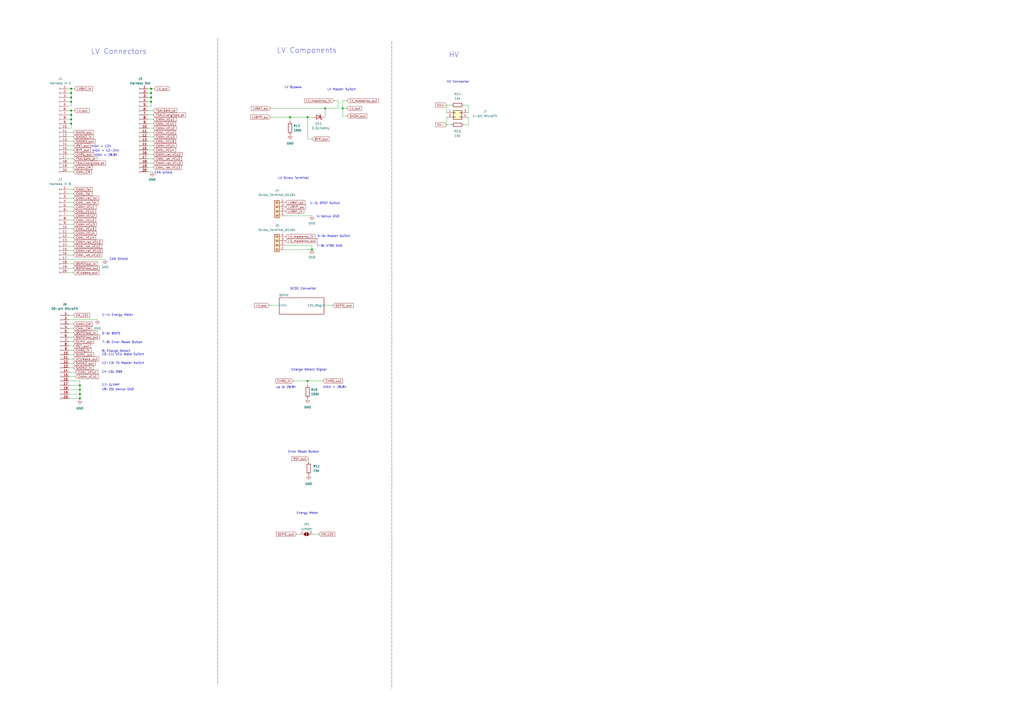
<source format=kicad_sch>
(kicad_sch (version 20211123) (generator eeschema)
  (paper "A2")
  (lib_symbols
    (symbol "Connector:Conn_01x20_Female" (pin_names (offset 1.016) hide)
      (property "Reference" "J" (at 0 25.4 0))
      (property "Value" "Conn_01x20_Female" (at 0 -27.94 0))
      (symbol "Conn_01x20_Female_1_1"
        (arc (start 0 -24.892) (mid -0.508 -25.4) (end 0 -25.908) (stroke (width 0.1524)))
        (arc (start 0 -22.352) (mid -0.508 -22.86) (end 0 -23.368) (stroke (width 0.1524)))
        (arc (start 0 -19.812) (mid -0.508 -20.32) (end 0 -20.828) (stroke (width 0.1524)))
        (arc (start 0 -17.272) (mid -0.508 -17.78) (end 0 -18.288) (stroke (width 0.1524)))
        (arc (start 0 -14.732) (mid -0.508 -15.24) (end 0 -15.748) (stroke (width 0.1524)))
        (arc (start 0 -12.192) (mid -0.508 -12.7) (end 0 -13.208) (stroke (width 0.1524)))
        (arc (start 0 -9.652) (mid -0.508 -10.16) (end 0 -10.668) (stroke (width 0.1524)))
        (arc (start 0 -7.112) (mid -0.508 -7.62) (end 0 -8.128) (stroke (width 0.1524)))
        (arc (start 0 -4.572) (mid -0.508 -5.08) (end 0 -5.588) (stroke (width 0.1524)))
        (arc (start 0 -2.032) (mid -0.508 -2.54) (end 0 -3.048) (stroke (width 0.1524)))
        (polyline (pts (xy -1.27 -25.4) (xy -0.508 -25.4)) (stroke (width 0.1524)))
        (polyline (pts (xy -1.27 -22.86) (xy -0.508 -22.86)) (stroke (width 0.1524)))
        (polyline (pts (xy -1.27 -20.32) (xy -0.508 -20.32)) (stroke (width 0.1524)))
        (polyline (pts (xy -1.27 -17.78) (xy -0.508 -17.78)) (stroke (width 0.1524)))
        (polyline (pts (xy -1.27 -15.24) (xy -0.508 -15.24)) (stroke (width 0.1524)))
        (polyline (pts (xy -1.27 -12.7) (xy -0.508 -12.7)) (stroke (width 0.1524)))
        (polyline (pts (xy -1.27 -10.16) (xy -0.508 -10.16)) (stroke (width 0.1524)))
        (polyline (pts (xy -1.27 -7.62) (xy -0.508 -7.62)) (stroke (width 0.1524)))
        (polyline (pts (xy -1.27 -5.08) (xy -0.508 -5.08)) (stroke (width 0.1524)))
        (polyline (pts (xy -1.27 -2.54) (xy -0.508 -2.54)) (stroke (width 0.1524)))
        (polyline (pts (xy -1.27 0) (xy -0.508 0)) (stroke (width 0.1524)))
        (polyline (pts (xy -1.27 2.54) (xy -0.508 2.54)) (stroke (width 0.1524)))
        (polyline (pts (xy -1.27 5.08) (xy -0.508 5.08)) (stroke (width 0.1524)))
        (polyline (pts (xy -1.27 7.62) (xy -0.508 7.62)) (stroke (width 0.1524)))
        (polyline (pts (xy -1.27 10.16) (xy -0.508 10.16)) (stroke (width 0.1524)))
        (polyline (pts (xy -1.27 12.7) (xy -0.508 12.7)) (stroke (width 0.1524)))
        (polyline (pts (xy -1.27 15.24) (xy -0.508 15.24)) (stroke (width 0.1524)))
        (polyline (pts (xy -1.27 17.78) (xy -0.508 17.78)) (stroke (width 0.1524)))
        (polyline (pts (xy -1.27 20.32) (xy -0.508 20.32)) (stroke (width 0.1524)))
        (polyline (pts (xy -1.27 22.86) (xy -0.508 22.86)) (stroke (width 0.1524)))
        (arc (start 0 0.508) (mid -0.508 0) (end 0 -0.508) (stroke (width 0.1524)))
        (arc (start 0 3.048) (mid -0.508 2.54) (end 0 2.032) (stroke (width 0.1524)))
        (arc (start 0 5.588) (mid -0.508 5.08) (end 0 4.572) (stroke (width 0.1524)))
        (arc (start 0 8.128) (mid -0.508 7.62) (end 0 7.112) (stroke (width 0.1524)))
        (arc (start 0 10.668) (mid -0.508 10.16) (end 0 9.652) (stroke (width 0.1524)))
        (arc (start 0 13.208) (mid -0.508 12.7) (end 0 12.192) (stroke (width 0.1524)))
        (arc (start 0 15.748) (mid -0.508 15.24) (end 0 14.732) (stroke (width 0.1524)))
        (arc (start 0 18.288) (mid -0.508 17.78) (end 0 17.272) (stroke (width 0.1524)))
        (arc (start 0 20.828) (mid -0.508 20.32) (end 0 19.812) (stroke (width 0.1524)))
        (arc (start 0 23.368) (mid -0.508 22.86) (end 0 22.352) (stroke (width 0.1524)))
        (pin passive line (at -5.08 22.86 0) (length 3.81) (name "Pin_1") (number "1"))
        (pin passive line (at -5.08 0 0) (length 3.81) (name "Pin_10") (number "10"))
        (pin passive line (at -5.08 -2.54 0) (length 3.81) (name "Pin_11") (number "11"))
        (pin passive line (at -5.08 -5.08 0) (length 3.81) (name "Pin_12") (number "12"))
        (pin passive line (at -5.08 -7.62 0) (length 3.81) (name "Pin_13") (number "13"))
        (pin passive line (at -5.08 -10.16 0) (length 3.81) (name "Pin_14") (number "14"))
        (pin passive line (at -5.08 -12.7 0) (length 3.81) (name "Pin_15") (number "15"))
        (pin passive line (at -5.08 -15.24 0) (length 3.81) (name "Pin_16") (number "16"))
        (pin passive line (at -5.08 -17.78 0) (length 3.81) (name "Pin_17") (number "17"))
        (pin passive line (at -5.08 -20.32 0) (length 3.81) (name "Pin_18") (number "18"))
        (pin passive line (at -5.08 -22.86 0) (length 3.81) (name "Pin_19") (number "19"))
        (pin passive line (at -5.08 20.32 0) (length 3.81) (name "Pin_2") (number "2"))
        (pin passive line (at -5.08 -25.4 0) (length 3.81) (name "Pin_20") (number "20"))
        (pin passive line (at -5.08 17.78 0) (length 3.81) (name "Pin_3") (number "3"))
        (pin passive line (at -5.08 15.24 0) (length 3.81) (name "Pin_4") (number "4"))
        (pin passive line (at -5.08 12.7 0) (length 3.81) (name "Pin_5") (number "5"))
        (pin passive line (at -5.08 10.16 0) (length 3.81) (name "Pin_6") (number "6"))
        (pin passive line (at -5.08 7.62 0) (length 3.81) (name "Pin_7") (number "7"))
        (pin passive line (at -5.08 5.08 0) (length 3.81) (name "Pin_8") (number "8"))
        (pin passive line (at -5.08 2.54 0) (length 3.81) (name "Pin_9") (number "9"))
      )
    )
    (symbol "Connector:Screw_Terminal_01x04" (pin_names (offset 1.016) hide)
      (property "Reference" "J" (at 0 5.08 0))
      (property "Value" "Screw_Terminal_01x04" (at 0 -7.62 0))
      (symbol "Screw_Terminal_01x04_1_1"
        (rectangle (start -1.27 3.81) (end 1.27 -6.35) (stroke (width 0.254)) (fill (type background)))
        (circle (center 0 -5.08) (radius 0.635) (stroke (width 0.1524)))
        (circle (center 0 -2.54) (radius 0.635) (stroke (width 0.1524)))
        (polyline (pts (xy -0.5334 -4.7498) (xy 0.3302 -5.588)) (stroke (width 0.1524)))
        (polyline (pts (xy -0.5334 -2.2098) (xy 0.3302 -3.048)) (stroke (width 0.1524)))
        (polyline (pts (xy -0.5334 0.3302) (xy 0.3302 -0.508)) (stroke (width 0.1524)))
        (polyline (pts (xy -0.5334 2.8702) (xy 0.3302 2.032)) (stroke (width 0.1524)))
        (polyline (pts (xy -0.3556 -4.572) (xy 0.508 -5.4102)) (stroke (width 0.1524)))
        (polyline (pts (xy -0.3556 -2.032) (xy 0.508 -2.8702)) (stroke (width 0.1524)))
        (polyline (pts (xy -0.3556 0.508) (xy 0.508 -0.3302)) (stroke (width 0.1524)))
        (polyline (pts (xy -0.3556 3.048) (xy 0.508 2.2098)) (stroke (width 0.1524)))
        (circle (center 0 0) (radius 0.635) (stroke (width 0.1524)))
        (circle (center 0 2.54) (radius 0.635) (stroke (width 0.1524)))
        (pin passive line (at -5.08 2.54 0) (length 3.81) (name "Pin_1") (number "1"))
        (pin passive line (at -5.08 0 0) (length 3.81) (name "Pin_2") (number "2"))
        (pin passive line (at -5.08 -2.54 0) (length 3.81) (name "Pin_3") (number "3"))
        (pin passive line (at -5.08 -5.08 0) (length 3.81) (name "Pin_4") (number "4"))
      )
    )
    (symbol "Connector_Generic:Conn_02x02_Top_Bottom" (pin_names (offset 1.016) hide)
      (property "Reference" "J" (at 1.27 2.54 0))
      (property "Value" "Conn_02x02_Top_Bottom" (at 1.27 -5.08 0))
      (symbol "Conn_02x02_Top_Bottom_1_1"
        (rectangle (start -1.27 -2.413) (end 0 -2.667) (stroke (width 0.1524)))
        (rectangle (start -1.27 0.127) (end 0 -0.127) (stroke (width 0.1524)))
        (rectangle (start -1.27 1.27) (end 3.81 -3.81) (stroke (width 0.254)) (fill (type background)))
        (rectangle (start 3.81 -2.413) (end 2.54 -2.667) (stroke (width 0.1524)))
        (rectangle (start 3.81 0.127) (end 2.54 -0.127) (stroke (width 0.1524)))
        (pin passive line (at -5.08 0 0) (length 3.81) (name "Pin_1") (number "1"))
        (pin passive line (at -5.08 -2.54 0) (length 3.81) (name "Pin_2") (number "2"))
        (pin passive line (at 7.62 0 180) (length 3.81) (name "Pin_3") (number "3"))
        (pin passive line (at 7.62 -2.54 180) (length 3.81) (name "Pin_4") (number "4"))
      )
    )
    (symbol "Device:D_Schottky" (pin_numbers hide) (pin_names (offset 1.016) hide)
      (property "Reference" "D" (at 0 2.54 0))
      (property "Value" "D_Schottky" (at 0 -2.54 0))
      (symbol "D_Schottky_0_1"
        (polyline (pts (xy 1.27 0) (xy -1.27 0)))
        (polyline (pts (xy 1.27 1.27) (xy 1.27 -1.27) (xy -1.27 0) (xy 1.27 1.27)) (stroke (width 0.254)))
        (polyline (pts (xy -1.905 0.635) (xy -1.905 1.27) (xy -1.27 1.27) (xy -1.27 -1.27) (xy -0.635 -1.27) (xy -0.635 -0.635)) (stroke (width 0.254)))
      )
      (symbol "D_Schottky_1_1"
        (pin passive line (at -3.81 0 0) (length 2.54) (name "K") (number "1"))
        (pin passive line (at 3.81 0 180) (length 2.54) (name "A") (number "2"))
      )
    )
    (symbol "Device:R" (pin_numbers hide) (pin_names (offset 0))
      (property "Reference" "R" (at 2.032 0 90))
      (property "Value" "R" (at 0 0 90))
      (symbol "R_0_1"
        (rectangle (start -1.016 -2.54) (end 1.016 2.54) (stroke (width 0.254)))
      )
      (symbol "R_1_1"
        (pin passive line (at 0 3.81 270) (length 1.27) (name "~") (number "1"))
        (pin passive line (at 0 -3.81 90) (length 1.27) (name "~") (number "2"))
      )
    )
    (symbol "Jumper:SolderJumper_2_Open" (pin_names (offset 0) hide)
      (property "Reference" "JP" (at 0 2.032 0))
      (property "Value" "SolderJumper_2_Open" (at 0 -2.54 0))
      (symbol "SolderJumper_2_Open_0_1"
        (arc (start -0.254 1.016) (mid -1.27 0) (end -0.254 -1.016))
        (arc (start -0.254 1.016) (mid -1.27 0) (end -0.254 -1.016) (fill (type outline)))
        (polyline (pts (xy -0.254 1.016) (xy -0.254 -1.016)))
        (polyline (pts (xy 0.254 1.016) (xy 0.254 -1.016)))
        (arc (start 0.254 -1.016) (mid 1.27 0) (end 0.254 1.016))
        (arc (start 0.254 -1.016) (mid 1.27 0) (end 0.254 1.016) (fill (type outline)))
      )
      (symbol "SolderJumper_2_Open_1_1"
        (pin passive line (at -3.81 0 0) (length 2.54) (name "A") (number "1"))
        (pin passive line (at 3.81 0 180) (length 2.54) (name "B") (number "2"))
      )
    )
    (symbol "power:GND" (power) (pin_names (offset 0))
      (property "Value" "GND" (at 0 -3.81 0))
      (symbol "GND_0_1"
        (polyline (pts (xy 0 0) (xy 0 -1.27) (xy 1.27 -1.27) (xy 0 -2.54) (xy -1.27 -1.27) (xy 0 -1.27)))
      )
      (symbol "GND_1_1"
        (pin power_in line (at 0 0 270) (length 0) hide (name "GND") (number "1"))
      )
    )
  )
  (junction (at 188.595 62.865))
  (junction (at 41.275 53.975))
  (junction (at 46.355 231.14))
  (junction (at 87.63 53.975))
  (junction (at 41.275 64.135))
  (junction (at 168.275 67.945))
  (junction (at 198.755 62.865))
  (junction (at 180.975 144.78))
  (junction (at 46.355 226.06))
  (junction (at 178.435 67.945))
  (junction (at 178.435 220.98))
  (junction (at 46.355 223.52))
  (junction (at 41.275 59.055))
  (junction (at 41.275 71.755))
  (junction (at 87.63 51.435))
  (junction (at 41.275 69.215))
  (junction (at 87.63 56.515))
  (junction (at 41.275 56.515))
  (junction (at 46.355 228.6))
  (junction (at 87.63 59.055))
  (junction (at 41.275 66.675))
  (junction (at 41.275 51.435))
  (wire (pts (xy 42.545 210.82) (xy 40.005 210.82)))
  (polyline (pts (xy 227.33 24.13) (xy 227.33 399.415)))
  (wire (pts (xy 88.265 99.695) (xy 85.725 99.695)))
  (wire (pts (xy 88.9 92.075) (xy 85.725 92.075)))
  (wire (pts (xy 168.275 70.485) (xy 168.275 67.945)))
  (wire (pts (xy 42.545 132.715) (xy 39.37 132.715)))
  (wire (pts (xy 188.595 62.865) (xy 188.595 67.945)))
  (wire (pts (xy 39.37 51.435) (xy 41.275 51.435)))
  (wire (pts (xy 42.545 127.635) (xy 39.37 127.635)))
  (wire (pts (xy 88.9 84.455) (xy 85.725 84.455)))
  (wire (pts (xy 180.975 125.095) (xy 165.735 125.095)))
  (wire (pts (xy 88.9 79.375) (xy 85.725 79.375)))
  (wire (pts (xy 88.9 89.535) (xy 85.725 89.535)))
  (wire (pts (xy 187.96 177.165) (xy 193.04 177.165)))
  (wire (pts (xy 42.545 140.335) (xy 39.37 140.335)))
  (wire (pts (xy 156.845 62.865) (xy 188.595 62.865)))
  (wire (pts (xy 42.545 200.66) (xy 40.005 200.66)))
  (wire (pts (xy 87.63 61.595) (xy 85.725 61.595)))
  (wire (pts (xy 39.37 71.755) (xy 41.275 71.755)))
  (wire (pts (xy 269.24 72.39) (xy 271.78 72.39)))
  (wire (pts (xy 42.545 122.555) (xy 39.37 122.555)))
  (wire (pts (xy 39.37 64.135) (xy 41.275 64.135)))
  (wire (pts (xy 41.275 74.295) (xy 39.37 74.295)))
  (wire (pts (xy 43.815 218.44) (xy 40.005 218.44)))
  (wire (pts (xy 42.545 205.74) (xy 40.005 205.74)))
  (wire (pts (xy 41.275 61.595) (xy 39.37 61.595)))
  (wire (pts (xy 43.815 215.9) (xy 40.005 215.9)))
  (wire (pts (xy 88.9 69.215) (xy 85.725 69.215)))
  (wire (pts (xy 88.9 74.295) (xy 85.725 74.295)))
  (wire (pts (xy 261.62 60.96) (xy 259.08 60.96)))
  (wire (pts (xy 39.37 53.975) (xy 41.275 53.975)))
  (wire (pts (xy 269.24 60.96) (xy 271.78 60.96)))
  (wire (pts (xy 42.545 125.095) (xy 39.37 125.095)))
  (wire (pts (xy 188.595 62.865) (xy 196.215 62.865)))
  (wire (pts (xy 179.07 267.97) (xy 179.07 266.065)))
  (wire (pts (xy 87.63 59.055) (xy 87.63 61.595)))
  (wire (pts (xy 42.545 195.58) (xy 40.005 195.58)))
  (wire (pts (xy 42.545 130.175) (xy 39.37 130.175)))
  (wire (pts (xy 88.9 71.755) (xy 85.725 71.755)))
  (wire (pts (xy 41.275 71.755) (xy 41.275 74.295)))
  (wire (pts (xy 39.37 155.575) (xy 42.545 155.575)))
  (wire (pts (xy 88.9 76.835) (xy 85.725 76.835)))
  (wire (pts (xy 87.63 51.435) (xy 87.63 53.975)))
  (wire (pts (xy 42.545 117.475) (xy 39.37 117.475)))
  (wire (pts (xy 39.37 79.375) (xy 42.545 79.375)))
  (wire (pts (xy 178.435 220.98) (xy 187.325 220.98)))
  (wire (pts (xy 42.545 84.455) (xy 39.37 84.455)))
  (wire (pts (xy 39.37 76.835) (xy 42.545 76.835)))
  (wire (pts (xy 198.755 58.42) (xy 198.755 62.865)))
  (wire (pts (xy 46.355 223.52) (xy 40.005 223.52)))
  (wire (pts (xy 42.545 114.935) (xy 39.37 114.935)))
  (wire (pts (xy 178.435 67.945) (xy 178.435 80.645)))
  (wire (pts (xy 39.37 150.495) (xy 60.96 150.495)))
  (wire (pts (xy 168.275 67.945) (xy 156.845 67.945)))
  (wire (pts (xy 88.9 66.675) (xy 85.725 66.675)))
  (wire (pts (xy 168.275 67.945) (xy 178.435 67.945)))
  (wire (pts (xy 85.725 51.435) (xy 87.63 51.435)))
  (wire (pts (xy 88.9 81.915) (xy 85.725 81.915)))
  (wire (pts (xy 41.275 51.435) (xy 41.275 53.975)))
  (wire (pts (xy 198.755 67.31) (xy 198.755 62.865)))
  (wire (pts (xy 42.545 142.875) (xy 39.37 142.875)))
  (wire (pts (xy 42.545 92.075) (xy 39.37 92.075)))
  (wire (pts (xy 42.545 147.955) (xy 39.37 147.955)))
  (polyline (pts (xy 126.365 22.225) (xy 126.365 397.51)))
  (wire (pts (xy 41.275 53.975) (xy 41.275 56.515)))
  (wire (pts (xy 85.725 53.975) (xy 87.63 53.975)))
  (wire (pts (xy 180.975 142.24) (xy 180.975 144.78)))
  (wire (pts (xy 42.545 94.615) (xy 39.37 94.615)))
  (wire (pts (xy 259.08 72.39) (xy 261.62 72.39)))
  (wire (pts (xy 46.355 226.06) (xy 46.355 228.6)))
  (wire (pts (xy 88.9 64.135) (xy 85.725 64.135)))
  (wire (pts (xy 85.725 59.055) (xy 87.63 59.055)))
  (wire (pts (xy 46.355 228.6) (xy 46.355 231.14)))
  (wire (pts (xy 87.63 56.515) (xy 87.63 59.055)))
  (wire (pts (xy 39.37 86.995) (xy 42.545 86.995)))
  (wire (pts (xy 41.275 69.215) (xy 41.275 71.755)))
  (wire (pts (xy 170.18 220.98) (xy 178.435 220.98)))
  (wire (pts (xy 165.735 144.78) (xy 180.975 144.78)))
  (wire (pts (xy 46.355 220.98) (xy 40.005 220.98)))
  (wire (pts (xy 41.275 59.055) (xy 41.275 61.595)))
  (wire (pts (xy 85.725 56.515) (xy 87.63 56.515)))
  (wire (pts (xy 39.37 89.535) (xy 42.545 89.535)))
  (wire (pts (xy 46.355 231.14) (xy 46.355 231.775)))
  (wire (pts (xy 39.37 153.035) (xy 42.545 153.035)))
  (wire (pts (xy 42.545 137.795) (xy 39.37 137.795)))
  (wire (pts (xy 259.08 67.945) (xy 259.08 72.39)))
  (wire (pts (xy 42.545 120.015) (xy 39.37 120.015)))
  (wire (pts (xy 42.545 81.915) (xy 39.37 81.915)))
  (wire (pts (xy 196.215 58.42) (xy 196.215 62.865)))
  (wire (pts (xy 201.295 67.31) (xy 198.755 67.31)))
  (wire (pts (xy 259.08 60.96) (xy 259.08 65.405)))
  (wire (pts (xy 172.085 309.88) (xy 173.99 309.88)))
  (wire (pts (xy 41.275 56.515) (xy 41.275 59.055)))
  (wire (pts (xy 41.275 66.675) (xy 41.275 69.215)))
  (wire (pts (xy 42.545 193.04) (xy 40.005 193.04)))
  (wire (pts (xy 178.435 223.52) (xy 178.435 220.98)))
  (wire (pts (xy 39.37 66.675) (xy 41.275 66.675)))
  (wire (pts (xy 181.61 309.88) (xy 184.785 309.88)))
  (wire (pts (xy 43.18 51.435) (xy 41.275 51.435)))
  (wire (pts (xy 40.005 185.42) (xy 56.515 185.42)))
  (wire (pts (xy 40.005 231.14) (xy 46.355 231.14)))
  (wire (pts (xy 42.545 198.12) (xy 40.005 198.12)))
  (wire (pts (xy 42.545 97.155) (xy 39.37 97.155)))
  (wire (pts (xy 42.545 208.28) (xy 40.005 208.28)))
  (wire (pts (xy 42.545 203.2) (xy 40.005 203.2)))
  (wire (pts (xy 42.545 190.5) (xy 40.005 190.5)))
  (wire (pts (xy 42.545 158.115) (xy 39.37 158.115)))
  (wire (pts (xy 40.005 187.96) (xy 42.545 187.96)))
  (wire (pts (xy 42.545 109.855) (xy 39.37 109.855)))
  (wire (pts (xy 39.37 59.055) (xy 41.275 59.055)))
  (wire (pts (xy 41.275 64.135) (xy 43.18 64.135)))
  (wire (pts (xy 178.435 80.645) (xy 180.975 80.645)))
  (wire (pts (xy 87.63 53.975) (xy 87.63 56.515)))
  (wire (pts (xy 42.545 182.88) (xy 40.005 182.88)))
  (wire (pts (xy 42.545 112.395) (xy 39.37 112.395)))
  (wire (pts (xy 165.735 142.24) (xy 180.975 142.24)))
  (wire (pts (xy 42.545 213.36) (xy 40.005 213.36)))
  (wire (pts (xy 180.975 67.945) (xy 178.435 67.945)))
  (wire (pts (xy 88.9 97.155) (xy 85.725 97.155)))
  (wire (pts (xy 42.545 135.255) (xy 39.37 135.255)))
  (wire (pts (xy 39.37 56.515) (xy 41.275 56.515)))
  (wire (pts (xy 88.9 94.615) (xy 85.725 94.615)))
  (wire (pts (xy 88.9 86.995) (xy 85.725 86.995)))
  (wire (pts (xy 42.545 145.415) (xy 39.37 145.415)))
  (wire (pts (xy 271.78 60.96) (xy 271.78 65.405)))
  (wire (pts (xy 46.355 223.52) (xy 46.355 226.06)))
  (wire (pts (xy 201.295 58.42) (xy 198.755 58.42)))
  (wire (pts (xy 87.63 51.435) (xy 89.535 51.435)))
  (wire (pts (xy 39.37 69.215) (xy 41.275 69.215)))
  (wire (pts (xy 46.355 220.98) (xy 46.355 223.52)))
  (wire (pts (xy 40.005 228.6) (xy 46.355 228.6)))
  (wire (pts (xy 271.78 67.945) (xy 271.78 72.39)))
  (wire (pts (xy 156.21 177.165) (xy 161.925 177.165)))
  (wire (pts (xy 42.545 99.695) (xy 39.37 99.695)))
  (wire (pts (xy 198.755 62.865) (xy 201.295 62.865)))
  (wire (pts (xy 196.215 58.42) (xy 193.675 58.42)))
  (wire (pts (xy 41.275 64.135) (xy 41.275 66.675)))
  (wire (pts (xy 46.355 226.06) (xy 40.005 226.06)))
  (text "DCDC Converter" (at 168.275 168.275 0) (effects (font (size 1.27 1.27)) (justify left bottom)))
  (text "1-4: Energy Meter" (at 59.055 183.515 0) (effects (font (size 1.27 1.27)) (justify left bottom)))
  (text "HIGH = 12V" (at 52.705 85.725 0) (effects (font (size 1.27 1.27)) (justify left bottom)))
  (text "10-11: VCU Wake Switch" (at 59.055 206.375 0) (effects (font (size 1.27 1.27)) (justify left bottom)))
  (text "LV Bypass" (at 165.1 51.435 0) (effects (font (size 1.27 1.27)) (justify left bottom)))
  (text "4: bonus GND" (at 183.515 126.365 0) (effects (font (size 1.27 1.27)) (justify left bottom)))
  (text "18-20: bonus GND" (at 59.055 226.695 0) (effects (font (size 1.27 1.27)) (justify left bottom)))
  (text "17: GLVMP" (at 59.055 224.155 0) (effects (font (size 1.27 1.27)) (justify left bottom)))
  (text "HIGH = 28.8V" (at 187.325 225.425 0) (effects (font (size 1.27 1.27)) (justify left bottom)))
  (text "HV Connector" (at 259.08 48.26 0) (effects (font (size 1.27 1.27)) (justify left bottom)))
  (text "CAN shield" (at 89.535 100.965 0) (effects (font (size 1.27 1.27)) (justify left bottom)))
  (text "HIGH = 28.8V" (at 54.61 90.805 0) (effects (font (size 1.27 1.27)) (justify left bottom)))
  (text "14-16: DB9" (at 59.055 216.535 0) (effects (font (size 1.27 1.27)) (justify left bottom)))
  (text "up to 28.8V" (at 160.02 225.425 0) (effects (font (size 1.27 1.27)) (justify left bottom)))
  (text "7-8: XT90 GND" (at 183.515 143.51 0) (effects (font (size 1.27 1.27)) (justify left bottom)))
  (text "LV Connectors" (at 52.705 31.75 0) (effects (font (size 3 3)) (justify left bottom)))
  (text "5-6: BSPD" (at 59.055 194.31 0) (effects (font (size 1.27 1.27)) (justify left bottom)))
  (text "LV Components" (at 160.655 31.115 0) (effects (font (size 3 3)) (justify left bottom)))
  (text "1-3: DPDT Switch" (at 179.705 118.745 0) (effects (font (size 1.27 1.27)) (justify left bottom)))
  (text "Error Reset Button" (at 167.005 262.89 0) (effects (font (size 1.27 1.27)) (justify left bottom)))
  (text "HIGH = 12-24V" (at 53.34 88.265 0) (effects (font (size 1.27 1.27)) (justify left bottom)))
  (text "HV" (at 260.35 33.655 0) (effects (font (size 3 3)) (justify left bottom)))
  (text "CAN Shield" (at 63.5 151.13 0) (effects (font (size 1.27 1.27)) (justify left bottom)))
  (text "7-8: Error Reset Button" (at 59.055 199.39 0) (effects (font (size 1.27 1.27)) (justify left bottom)))
  (text "LV Screw Terminal" (at 161.29 104.14 0) (effects (font (size 1.27 1.27)) (justify left bottom)))
  (text "Charge Detect Signal" (at 168.91 215.265 0) (effects (font (size 1.27 1.27)) (justify left bottom)))
  (text "5-6: Master Switch" (at 184.15 137.795 0) (effects (font (size 1.27 1.27)) (justify left bottom)))
  (text "Energy Meter\n" (at 172.085 298.45 0) (effects (font (size 1.27 1.27)) (justify left bottom)))
  (text "12-13: TS Master Switch" (at 59.055 211.455 0) (effects (font (size 1.27 1.27)) (justify left bottom)))
  (text "LV Master Switch" (at 189.865 52.705 0) (effects (font (size 1.27 1.27)) (justify left bottom)))
  (text "9: Charge Detect" (at 59.055 204.47 0) (effects (font (size 1.27 1.27)) (justify left bottom)))
  (global_label "CANH_ret_Tel" (shape input) (at 42.545 114.935 0) (property "Intersheet References" "${INTERSHEET_REFS}" (effects hide)))
  (global_label "CANL_VCU1" (shape input) (at 88.9 71.755 0) (property "Intersheet References" "${INTERSHEET_REFS}" (effects hide)))
  (global_label "CANL_ret_VCU3" (shape input) (at 88.9 97.155 0) (property "Intersheet References" "${INTERSHEET_REFS}" (effects hide)))
  (global_label "VCUWake_out" (shape input) (at 42.545 158.115 0) (property "Intersheet References" "${INTERSHEET_REFS}" (effects hide)))
  (global_label "CANL_EM" (shape input) (at 42.545 190.5 0) (property "Intersheet References" "${INTERSHEET_REFS}" (effects hide)))
  (global_label "CANL_VCU2" (shape input) (at 88.9 76.835 0) (property "Intersheet References" "${INTERSHEET_REFS}" (effects hide)))
  (global_label "CANL_ret_VCU3" (shape input) (at 42.545 147.955 0) (property "Intersheet References" "${INTERSHEET_REFS}" (effects hide)))
  (global_label "CANH_ret_VCU3" (shape input) (at 42.545 145.415 0) (property "Intersheet References" "${INTERSHEET_REFS}" (effects hide)))
  (global_label "HV-" (shape input) (at 259.08 72.39 180) (property "Intersheet References" "${INTERSHEET_REFS}" (effects hide)))
  (global_label "TSALSafe_pt" (shape input) (at 42.545 92.075 0) (property "Intersheet References" "${INTERSHEET_REFS}" (effects hide)))
  (global_label "CANL_VCU2" (shape input) (at 42.545 127.635 0) (property "Intersheet References" "${INTERSHEET_REFS}" (effects hide)))
  (global_label "CANL_VCU3" (shape input) (at 88.9 81.915 0) (property "Intersheet References" "${INTERSHEET_REFS}" (effects hide)))
  (global_label "CANH_ret_VCU3" (shape input) (at 88.9 94.615 0) (property "Intersheet References" "${INTERSHEET_REFS}" (effects hide)))
  (global_label "CANH_VCU3" (shape input) (at 88.9 79.375 0) (property "Intersheet References" "${INTERSHEET_REFS}" (effects hide)))
  (global_label "CHRG_in" (shape input) (at 42.545 203.2 0) (property "Intersheet References" "${INTERSHEET_REFS}" (effects hide)))
  (global_label "LV_out" (shape input) (at 156.21 177.165 180) (property "Intersheet References" "${INTERSHEET_REFS}" (effects hide)))
  (global_label "SHDN_out" (shape input) (at 42.545 76.835 0) (property "Intersheet References" "${INTERSHEET_REFS}" (effects hide)))
  (global_label "CANL_Tel" (shape input) (at 42.545 112.395 0) (property "Intersheet References" "${INTERSHEET_REFS}" (effects hide)))
  (global_label "SHDN2_in" (shape input) (at 42.545 213.36 0) (property "Intersheet References" "${INTERSHEET_REFS}" (effects hide)))
  (global_label "TSALEnergized_pt" (shape input) (at 42.545 94.615 0) (property "Intersheet References" "${INTERSHEET_REFS}" (effects hide)))
  (global_label "LVBYP_sw" (shape input) (at 156.845 67.945 180) (property "Intersheet References" "${INTERSHEET_REFS}" (effects hide)))
  (global_label "LVBAT_sw" (shape input) (at 156.845 62.865 180) (property "Intersheet References" "${INTERSHEET_REFS}" (effects hide)))
  (global_label "CANL_ret_Tel" (shape input) (at 42.545 117.475 0) (property "Intersheet References" "${INTERSHEET_REFS}" (effects hide)))
  (global_label "LVBYP_sw" (shape input) (at 165.735 120.015 0) (property "Intersheet References" "${INTERSHEET_REFS}" (effects hide)))
  (global_label "HV+" (shape input) (at 259.08 60.96 180) (property "Intersheet References" "${INTERSHEET_REFS}" (effects hide)))
  (global_label "LVBAT_in" (shape input) (at 43.18 51.435 0) (property "Intersheet References" "${INTERSHEET_REFS}" (effects hide)))
  (global_label "CANH_Tel" (shape input) (at 42.545 109.855 0) (property "Intersheet References" "${INTERSHEET_REFS}" (effects hide)))
  (global_label "BSPDTest_out" (shape input) (at 42.545 155.575 0) (property "Intersheet References" "${INTERSHEET_REFS}" (effects hide)))
  (global_label "CANL_ret_VCU2" (shape input) (at 88.9 92.075 0) (property "Intersheet References" "${INTERSHEET_REFS}" (effects hide)))
  (global_label "LV_out" (shape input) (at 89.535 51.435 0) (property "Intersheet References" "${INTERSHEET_REFS}" (effects hide)))
  (global_label "CANL_VCU3" (shape input) (at 42.545 132.715 0) (property "Intersheet References" "${INTERSHEET_REFS}" (effects hide)))
  (global_label "CANH_VCU1" (shape input) (at 43.815 218.44 0) (property "Intersheet References" "${INTERSHEET_REFS}" (effects hide)))
  (global_label "BSPDTest_in" (shape input) (at 42.545 153.035 0) (property "Intersheet References" "${INTERSHEET_REFS}" (effects hide)))
  (global_label "CANH_EM" (shape input) (at 42.545 187.96 0) (property "Intersheet References" "${INTERSHEET_REFS}" (effects hide)))
  (global_label "CANH_VCU1" (shape input) (at 88.9 69.215 0) (property "Intersheet References" "${INTERSHEET_REFS}" (effects hide)))
  (global_label "CANL_VCU1" (shape input) (at 42.545 122.555 0) (property "Intersheet References" "${INTERSHEET_REFS}" (effects hide)))
  (global_label "CANH_VCU3" (shape input) (at 42.545 130.175 0) (property "Intersheet References" "${INTERSHEET_REFS}" (effects hide)))
  (global_label "LVBAT_sw" (shape input) (at 165.735 117.475 0) (property "Intersheet References" "${INTERSHEET_REFS}" (effects hide)))
  (global_label "CANH_EM" (shape input) (at 42.545 97.155 0) (property "Intersheet References" "${INTERSHEET_REFS}" (effects hide)))
  (global_label "CANL_VCU4" (shape input) (at 88.9 86.995 0) (property "Intersheet References" "${INTERSHEET_REFS}" (effects hide)))
  (global_label "SEPIC_out" (shape input) (at 172.085 309.88 180) (property "Intersheet References" "${INTERSHEET_REFS}" (effects hide)))
  (global_label "CHRG_out" (shape input) (at 42.545 89.535 0) (property "Intersheet References" "${INTERSHEET_REFS}" (effects hide)))
  (global_label "CANH_VCU1" (shape input) (at 42.545 120.015 0) (property "Intersheet References" "${INTERSHEET_REFS}" (effects hide)))
  (global_label "CANH_ret_VCU2" (shape input) (at 88.9 89.535 0) (property "Intersheet References" "${INTERSHEET_REFS}" (effects hide)))
  (global_label "SHDN2_in" (shape input) (at 42.545 79.375 0) (property "Intersheet References" "${INTERSHEET_REFS}" (effects hide)))
  (global_label "RST_out" (shape input) (at 42.545 200.66 0) (property "Intersheet References" "${INTERSHEET_REFS}" (effects hide)))
  (global_label "CANH_VCU4" (shape input) (at 42.545 135.255 0) (property "Intersheet References" "${INTERSHEET_REFS}" (effects hide)))
  (global_label "LV_mastersw_in" (shape input) (at 193.675 58.42 180) (property "Intersheet References" "${INTERSHEET_REFS}" (effects hide)))
  (global_label "BYP_out" (shape input) (at 42.545 86.995 0) (property "Intersheet References" "${INTERSHEET_REFS}" (effects hide)))
  (global_label "BYP_out" (shape input) (at 180.975 80.645 0) (property "Intersheet References" "${INTERSHEET_REFS}" (effects hide)))
  (global_label "SHDN2_out" (shape input) (at 42.545 210.82 0) (property "Intersheet References" "${INTERSHEET_REFS}" (effects hide)))
  (global_label "SEPIC_out" (shape input) (at 42.545 205.74 0) (property "Intersheet References" "${INTERSHEET_REFS}" (effects hide)))
  (global_label "CHRG_in" (shape input) (at 170.18 220.98 180) (property "Intersheet References" "${INTERSHEET_REFS}" (effects hide)))
  (global_label "SHDN_out" (shape input) (at 201.295 67.31 0) (property "Intersheet References" "${INTERSHEET_REFS}" (effects hide)))
  (global_label "RST_out" (shape input) (at 179.07 266.065 180) (property "Intersheet References" "${INTERSHEET_REFS}" (effects hide)))
  (global_label "LVBAT_in" (shape input) (at 165.735 122.555 0) (property "Intersheet References" "${INTERSHEET_REFS}" (effects hide)))
  (global_label "TSALSafe_pt" (shape input) (at 88.9 64.135 0) (property "Intersheet References" "${INTERSHEET_REFS}" (effects hide)))
  (global_label "EM_12V" (shape input) (at 42.545 182.88 0) (property "Intersheet References" "${INTERSHEET_REFS}" (effects hide)))
  (global_label "BSPDTest_out" (shape input) (at 42.545 195.58 0) (property "Intersheet References" "${INTERSHEET_REFS}" (effects hide)))
  (global_label "SHDN2_out" (shape input) (at 42.545 81.915 0) (property "Intersheet References" "${INTERSHEET_REFS}" (effects hide)))
  (global_label "CANL_VCU1" (shape input) (at 43.815 215.9 0) (property "Intersheet References" "${INTERSHEET_REFS}" (effects hide)))
  (global_label "SEPIC_out" (shape input) (at 193.04 177.165 0) (property "Intersheet References" "${INTERSHEET_REFS}" (effects hide)))
  (global_label "LV_out" (shape input) (at 201.295 62.865 0) (property "Intersheet References" "${INTERSHEET_REFS}" (effects hide)))
  (global_label "EM_12V" (shape input) (at 184.785 309.88 0) (property "Intersheet References" "${INTERSHEET_REFS}" (effects hide)))
  (global_label "CANH_VCU2" (shape input) (at 88.9 74.295 0) (property "Intersheet References" "${INTERSHEET_REFS}" (effects hide)))
  (global_label "LV_out" (shape input) (at 43.18 64.135 0) (property "Intersheet References" "${INTERSHEET_REFS}" (effects hide)))
  (global_label "CANH_VCU2" (shape input) (at 42.545 125.095 0) (property "Intersheet References" "${INTERSHEET_REFS}" (effects hide)))
  (global_label "BSPDTest_in" (shape input) (at 42.545 193.04 0) (property "Intersheet References" "${INTERSHEET_REFS}" (effects hide)))
  (global_label "CANL_ret_VCU2" (shape input) (at 42.545 142.875 0) (property "Intersheet References" "${INTERSHEET_REFS}" (effects hide)))
  (global_label "CANH_VCU4" (shape input) (at 88.9 84.455 0) (property "Intersheet References" "${INTERSHEET_REFS}" (effects hide)))
  (global_label "CANL_EM" (shape input) (at 42.545 99.695 0) (property "Intersheet References" "${INTERSHEET_REFS}" (effects hide)))
  (global_label "CANL_VCU4" (shape input) (at 42.545 137.795 0) (property "Intersheet References" "${INTERSHEET_REFS}" (effects hide)))
  (global_label "TSALEnergized_pt" (shape input) (at 88.9 66.675 0) (property "Intersheet References" "${INTERSHEET_REFS}" (effects hide)))
  (global_label "CANH_ret_VCU2" (shape input) (at 42.545 140.335 0) (property "Intersheet References" "${INTERSHEET_REFS}" (effects hide)))
  (global_label "LV_mastersw_in" (shape input) (at 165.735 137.16 0) (property "Intersheet References" "${INTERSHEET_REFS}" (effects hide)))
  (global_label "CHRG_out" (shape input) (at 187.325 220.98 0) (property "Intersheet References" "${INTERSHEET_REFS}" (effects hide)))
  (global_label "SEPIC_out" (shape input) (at 42.545 198.12 0) (property "Intersheet References" "${INTERSHEET_REFS}" (effects hide)))
  (global_label "VCUWake_out" (shape input) (at 42.545 208.28 0) (property "Intersheet References" "${INTERSHEET_REFS}" (effects hide)))
  (global_label "LV_mastersw_out" (shape input) (at 165.735 139.7 0) (property "Intersheet References" "${INTERSHEET_REFS}" (effects hide)))
  (global_label "RST_out" (shape input) (at 42.545 84.455 0) (property "Intersheet References" "${INTERSHEET_REFS}" (effects hide)))
  (global_label "LV_mastersw_out" (shape input) (at 201.295 58.42 0) (property "Intersheet References" "${INTERSHEET_REFS}" (effects hide)))
  (symbol (lib_id "Connector:Conn_01x20_Female") (at 34.925 205.74 0) (mirror y) (unit 1)
    (property "Reference" "J6" (at 37.465 176.53 0))
    (property "Value" "20-pin MicroFit" (at 37.465 179.07 0))
    (property "Footprint" "Connector_Molex:Molex_Micro-Fit_3.0_43045-2012_2x10_P3.00mm_Vertical" (effects hide))
  )
  (symbol (lib_id "Connector:Screw_Terminal_01x04") (at 160.655 142.24 180) (unit 1)
    (property "Reference" "J5" (at 160.655 130.81 0))
    (property "Value" "Screw_Terminal_01x04" (at 160.655 133.35 0))
    (property "Footprint" "TerminalBlock_Phoenix:TerminalBlock_Phoenix_MKDS-3-4-5.08_1x04_P5.08mm_Horizontal" (effects hide))
  )
  (symbol (lib_id "Jumper:SolderJumper_2_Open") (at 177.8 309.88 0) (unit 1)
    (property "Reference" "JP1" (at 177.8 304.165 0))
    (property "Value" "Jumper" (at 177.8 306.705 0))
    (property "Footprint" "Jumper:SolderJumper-2_P1.3mm_Open_RoundedPad1.0x1.5mm" (effects hide))
  )
  (symbol (lib_id "Connector:Screw_Terminal_01x04") (at 160.655 120.015 0) (mirror y) (unit 1)
    (property "Reference" "J4" (at 160.655 110.49 0))
    (property "Value" "Screw_Terminal_01x04" (at 160.655 113.03 0))
    (property "Footprint" "TerminalBlock_Phoenix:TerminalBlock_Phoenix_MKDS-3-4-5.08_1x04_P5.08mm_Horizontal" (effects hide))
  )
  (symbol (lib_id "power:GND") (at 180.975 125.095 0) (unit 1)
    (property "Reference" "#PWR01" (effects hide))
    (property "Value" "GND" (at 180.975 129.54 0))
  )
  (symbol (lib_id "power:GND") (at 168.275 78.105 0) (unit 1)
    (property "Reference" "#PWR021" (effects hide))
    (property "Value" "GND" (at 168.275 83.185 0))
  )
  (symbol (lib_id "Connector_Generic:Conn_02x02_Top_Bottom") (at 264.16 65.405 0) (unit 1)
    (property "Reference" "J7" (at 281.305 64.77 0))
    (property "Value" "4-pin MicroFit" (at 281.305 67.31 0))
    (property "Footprint" "Connector_Molex:Molex_Micro-Fit_3.0_43045-0412_2x02_P3.00mm_Vertical" (effects hide))
  )
  (symbol (lib_id "power:GND") (at 56.515 185.42 0) (unit 1)
    (property "Reference" "#PWR017" (effects hide))
    (property "Value" "GND" (at 56.515 190.5 0))
  )
  (symbol (lib_id "Device:R") (at 178.435 227.33 0) (unit 1)
    (property "Reference" "R10" (at 180.34 226.0599 0) (effects (justify left)))
    (property "Value" "100k" (at 180.34 228.5999 0) (effects (justify left)))
    (property "Footprint" "Resistor_SMD:R_0603_1608Metric_Pad0.98x0.95mm_HandSolder" (effects hide))
  )
  (symbol (lib_id "Device:R") (at 265.43 72.39 270) (unit 1)
    (property "Reference" "R13" (at 265.43 76.2 90))
    (property "Value" "15k" (at 265.43 78.74 90))
    (property "Footprint" "Global Libraries:355015KFT" (effects hide))
  )
  (symbol (lib_id "power:GND") (at 180.975 144.78 0) (unit 1)
    (property "Reference" "#PWR0109" (effects hide))
    (property "Value" "GND" (at 180.975 149.225 0))
  )
  (symbol (lib_id "Connector:Conn_01x20_Female") (at 34.29 132.715 0) (mirror y) (unit 1)
    (property "Reference" "J2" (at 34.925 104.14 0))
    (property "Value" "Harness In B" (at 34.925 106.68 0))
    (property "Footprint" "Connector_Molex:Molex_Micro-Fit_3.0_43045-2012_2x10_P3.00mm_Vertical" (effects hide))
  )
  (symbol (lib_id "power:GND") (at 178.435 231.14 0) (unit 1)
    (property "Reference" "#PWR02" (effects hide))
    (property "Value" "GND" (at 178.435 236.22 0))
  )
  (symbol (lib_id "power:GND") (at 60.96 150.495 0) (unit 1)
    (property "Reference" "#PWR0108" (effects hide))
    (property "Value" "GND" (at 60.96 154.94 0))
  )
  (symbol (lib_id "Connector:Conn_01x20_Female") (at 34.29 74.295 0) (mirror y) (unit 1)
    (property "Reference" "J1" (at 34.925 45.72 0))
    (property "Value" "Harness In A" (at 34.925 48.26 0))
    (property "Footprint" "Connector_Molex:Molex_Micro-Fit_3.0_43045-2012_2x10_P3.00mm_Vertical" (effects hide))
  )
  (symbol (lib_id "power:GND") (at 88.265 99.695 0) (unit 1)
    (property "Reference" "#PWR0110" (effects hide))
    (property "Value" "GND" (at 88.265 104.14 0))
  )
  (symbol (lib_id "Device:D_Schottky") (at 184.785 67.945 180) (unit 1)
    (property "Reference" "D11" (at 184.785 71.755 0))
    (property "Value" "D_Schottky" (at 186.055 74.295 0))
    (property "Footprint" "Global Libraries:MBRB41H100CTT4G" (effects hide))
  )
  (symbol (lib_id "Device:R") (at 179.07 271.78 0) (unit 1)
    (property "Reference" "R11" (at 181.61 270.5099 0) (effects (justify left)))
    (property "Value" "15k" (at 181.61 273.0499 0) (effects (justify left)))
    (property "Footprint" "Resistor_SMD:R_0603_1608Metric_Pad0.98x0.95mm_HandSolder" (effects hide))
  )
  (symbol (lib_id "Device:R") (at 265.43 60.96 270) (unit 1)
    (property "Reference" "R14" (at 265.43 54.61 90))
    (property "Value" "15k" (at 265.43 57.15 90))
    (property "Footprint" "Global Libraries:355015KFT" (effects hide))
  )
  (symbol (lib_id "Connector:Conn_01x20_Female") (at 80.645 74.295 0) (mirror y) (unit 1)
    (property "Reference" "J3" (at 81.28 45.72 0))
    (property "Value" "Harness Out" (at 81.28 48.26 0))
    (property "Footprint" "Connector_Molex:Molex_Micro-Fit_3.0_43045-2012_2x10_P3.00mm_Vertical" (effects hide))
  )
  (symbol (lib_id "power:GND") (at 179.07 275.59 0) (unit 1)
    (property "Reference" "#PWR022" (effects hide))
    (property "Value" "GND" (at 179.07 280.67 0))
  )
  (symbol (lib_id "power:GND") (at 46.355 231.775 0) (mirror y) (unit 1)
    (property "Reference" "#PWR016" (effects hide))
    (property "Value" "GND" (at 46.355 236.855 0))
  )
  (symbol (lib_id "Device:R") (at 168.275 74.295 0) (unit 1)
    (property "Reference" "R12" (at 170.18 73.0249 0) (effects (justify left)))
    (property "Value" "100k" (at 170.18 75.5649 0) (effects (justify left)))
    (property "Footprint" "Resistor_SMD:R_0603_1608Metric_Pad0.98x0.95mm_HandSolder" (effects hide))
  )
  (sheet (at 161.925 172.72) (size 26.035 9.525) (stroke (width 0.1524))
    (property "Sheet name" "SEPIC" (at 161.925 172.0084 0) (effects (justify left bottom)))
    (property "Sheet file" "../2023KicadLibrary/Standardized Subsheets/SEPIC_CAD.kicad_sch" (effects hide))
    (pin "Vin" input (at 161.925 177.165 180))
    (pin "12V_Reg" input (at 187.96 177.165 0))
  )
)
</source>
